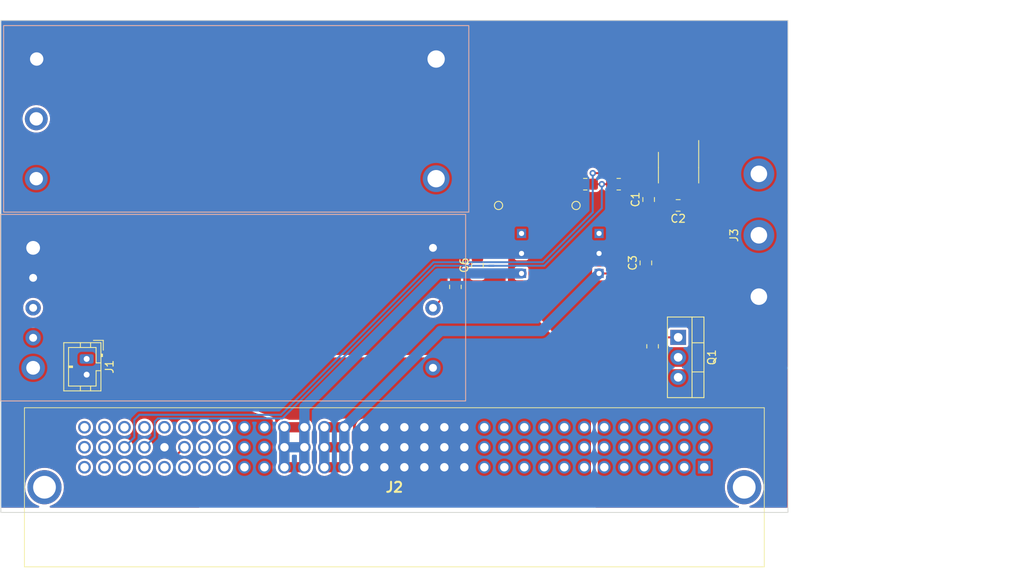
<source format=kicad_pcb>
(kicad_pcb (version 20240108) (generator "pcbnew") (generator_version "8.0")
  (layers (0 "F.Cu" signal) (31 "B.Cu" signal) (34 "B.Paste" user) (35 "F.Paste" user) (36 "B.SilkS" user "B.Silkscreen") (37 "F.SilkS" user "F.Silkscreen") (38 "B.Mask" user) (39 "F.Mask" user) (44 "Edge.Cuts" user))
  (net 0 "")
  (net 1 "/V_POWER")
  (net 2 "+24V")
  (net 3 "/VBATT")
  (net 4 "+12V")
  (net 5 "+5V")
  (net 6 "+3.3V")
  (net 7 "12V_Jetson")
  (net 18 "SW2")
  (net 19 "SW1")
  (net 20 "SDA")
  (net 21 "SCL")
  (net 29 "Net-(INPT_CRRNT_SNSR1-FILTER)")
  (net 33 "Net-(U2-ON{slash}OFF)")
  (net 34 "DAT1")
  (net 35 "DAT2")
  (net 36 "Net-(J3-Pin_2)")
  (footprint "Capacitor_SMD:C_0805_2012Metric_Pad1.18x1.45mm_HandSolder" (layer "F.Cu") (at 232.4 71.75 90)
    (property "Reference" "C1" (at 0 -1.68 90) (layer "F.SilkS"))
    (property "Value" "47n")
    (fp_line (start -0.261252 -0.735) (end 0.261252 -0.735) (stroke (width 0.12)) (layer "F.SilkS"))
    (fp_line (start -0.261252 0.735) (end 0.261252 0.735) (stroke (width 0.12)) (layer "F.SilkS"))
    (pad "1" smd roundrect (at -1.0375 0 90) (size 1.175 1.45) (layers "F.Cu" "F.Paste" "F.Mask") (roundrect_rratio 0.2127659574) (net 29 "Net-(INPT_CRRNT_SNSR1-FILTER)"))
    (pad "2" smd roundrect (at 1.0375 0 90) (size 1.175 1.45) (layers "F.Cu" "F.Paste" "F.Mask") (roundrect_rratio 0.2127659574) (net 19 "SW1"))
  )
  (footprint "Package_SO:SOIC-8_3.9x4.9mm_P1.27mm" (layer "F.Cu") (at 236.2 67.7 -90)
    (property "Reference" "INPT_CRRNT_SNSR1" (hide yes))
    (property "Value" "TMCS1101A4B")
    (fp_line (start 0 2.56) (end -1.95 2.56) (stroke (width 0.12)) (layer "F.SilkS"))
    (fp_line (start 0 2.56) (end 1.95 2.56) (stroke (width 0.12)) (layer "F.SilkS"))
    (fp_line (start 0 -2.56) (end -3.45 -2.56) (stroke (width 0.12)) (layer "F.SilkS"))
    (fp_line (start 0 -2.56) (end 1.95 -2.56) (stroke (width 0.12)) (layer "F.SilkS"))
    (pad "1" smd roundrect (at -2.475 -1.905 270) (size 1.95 0.6) (layers "F.Cu" "F.Paste" "F.Mask") (net 3 "/VBATT"))
    (pad "1" smd roundrect (at -2.475 -0.635 270) (size 1.95 0.6) (layers "F.Cu" "F.Paste" "F.Mask") (net 3 "/VBATT"))
    (pad "3" smd roundrect (at -2.475 0.635 270) (size 1.95 0.6) (layers "F.Cu" "F.Paste" "F.Mask") (net 1 "/V_POWER"))
    (pad "3" smd roundrect (at -2.475 1.905 270) (size 1.95 0.6) (layers "F.Cu" "F.Paste" "F.Mask") (net 1 "/V_POWER"))
    (pad "5" smd roundrect (at 2.475 1.905 270) (size 1.95 0.6) (layers "F.Cu" "F.Paste" "F.Mask") (net 19 "SW1"))
    (pad "6" smd roundrect (at 2.475 0.635 270) (size 1.95 0.6) (layers "F.Cu" "F.Paste" "F.Mask") (net 29 "Net-(INPT_CRRNT_SNSR1-FILTER)"))
    (pad "7" smd roundrect (at 2.475 -0.635 270) (size 1.95 0.6) (layers "F.Cu" "F.Paste" "F.Mask") (net 35 "DAT2"))
    (pad "8" smd roundrect (at 2.475 -1.905 270) (size 1.95 0.6) (layers "F.Cu" "F.Paste" "F.Mask") (net 5 "+5V"))
  )
  (footprint "Capacitor_SMD:C_0805_2012Metric_Pad1.18x1.45mm_HandSolder" (layer "F.Cu") (at 236.15 72.5 180)
    (property "Reference" "C2" (at 0 -1.68 0) (layer "F.SilkS"))
    (property "Value" "0.1u")
    (fp_line (start -0.261252 0.735) (end 0.261252 0.735) (stroke (width 0.12)) (layer "F.SilkS"))
    (fp_line (start -0.261252 -0.735) (end 0.261252 -0.735) (stroke (width 0.12)) (layer "F.SilkS"))
    (pad "1" smd roundrect (at -1.0375 0 180) (size 1.175 1.45) (layers "F.Cu" "F.Paste" "F.Mask") (roundrect_rratio 0.2127659574) (net 5 "+5V"))
    (pad "2" smd roundrect (at 1.0375 0 180) (size 1.175 1.45) (layers "F.Cu" "F.Paste" "F.Mask") (roundrect_rratio 0.2127659574) (net 19 "SW1"))
  )
  (footprint "Package_TO_SOT_THT:TO-220-3_Vertical" (layer "F.Cu") (at 236.155 89.26 -90)
    (property "Reference" "Q1" (at 2.54 -4.27 90) (layer "F.SilkS"))
    (property "Value" "FQPF27P06")
    (fp_line (start -2.58 1.371) (end 7.66 1.371) (stroke (width 0.12)) (layer "F.SilkS"))
    (fp_line (start -2.58 -1.76) (end 7.66 -1.76) (stroke (width 0.12)) (layer "F.SilkS"))
    (fp_line (start -2.58 -3.27) (end -2.58 1.371) (stroke (width 0.12)) (layer "F.SilkS"))
    (fp_line (start -2.58 -3.27) (end 7.66 -3.27) (stroke (width 0.12)) (layer "F.SilkS"))
    (fp_line (start 0.69 -3.27) (end 0.69 -1.76) (stroke (width 0.12)) (layer "F.SilkS"))
    (fp_line (start 4.391 -3.27) (end 4.391 -1.76) (stroke (width 0.12)) (layer "F.SilkS"))
    (fp_line (start 7.66 -3.27) (end 7.66 1.371) (stroke (width 0.12)) (layer "F.SilkS"))
    (pad "1" thru_hole rect (at 0 0 270) (size 1.905 2) (drill 1.1) (layers "*.Cu" "*.Mask") (net 18 "SW2"))
    (pad "2" thru_hole oval (at 2.54 0 270) (size 1.905 2) (drill 1.1) (layers "*.Cu" "*.Mask") (net 36 "Net-(J3-Pin_2)"))
    (pad "3" thru_hole oval (at 5.08 0 270) (size 1.905 2) (drill 1.1) (layers "*.Cu" "*.Mask") (net 2 "+24V"))
  )
  (footprint "Resistor_SMD:R_0805_2012Metric_Pad1.20x1.40mm_HandSolder" (layer "F.Cu") (at 224.35 69.8)
    (property "Reference" "VDIV1(R)1" (hide yes))
    (property "Value" "90kO")
    (fp_line (start -0.227064 -0.735) (end 0.227064 -0.735) (stroke (width 0.12)) (layer "F.SilkS"))
    (fp_line (start -0.227064 0.735) (end 0.227064 0.735) (stroke (width 0.12)) (layer "F.SilkS"))
    (pad "1" smd roundrect (at -1 0) (size 1.2 1.4) (layers "F.Cu" "F.Paste" "F.Mask") (roundrect_rratio 0.2083333333) (net 1 "/V_POWER"))
    (pad "2" smd roundrect (at 1 0) (size 1.2 1.4) (layers "F.Cu" "F.Paste" "F.Mask") (roundrect_rratio 0.2083333333) (net 34 "DAT1"))
  )
  (footprint "Custom:6509475" (layer "F.Cu") (at 239.462617 105.762442)
    (property "Reference" "J2" (at -39.37 2.545 0) (layer "F.SilkS") (effects (font (size 1.27 1.27) (thickness 0.254))))
    (property "Value" "~" (hide yes))
    (fp_line (start -86.37 -7.56) (end 7.63 -7.56) (stroke (width 0.1)) (layer "F.SilkS"))
    (fp_line (start -86.37 12.65) (end -86.37 -7.56) (stroke (width 0.1)) (layer "F.SilkS"))
    (fp_line (start 7.63 -7.56) (end 7.63 12.65) (stroke (width 0.1)) (layer "F.SilkS"))
    (fp_line (start 7.63 12.65) (end -86.37 12.65) (stroke (width 0.1)) (layer "F.SilkS"))
    (pad "A1" thru_hole rect (at 0 0) (size 1.605 1.605) (drill 1.07) (layers "*.Cu" "*.Mask") (net 2 "+24V"))
    (pad "A2" thru_hole circle (at -2.54 0) (size 1.605 1.605) (drill 1.07) (layers "*.Cu" "*.Mask") (net 2 "+24V"))
    (pad "A3" thru_hole circle (at -5.08 0) (size 1.605 1.605) (drill 1.07) (layers "*.Cu" "*.Mask") (net 2 "+24V"))
    (pad "A4" thru_hole circle (at -7.62 0) (size 1.605 1.605) (drill 1.07) (layers "*.Cu" "*.Mask") (net 2 "+24V"))
    (pad "A5" thru_hole circle (at -10.16 0) (size 1.605 1.605) (drill 1.07) (layers "*.Cu" "*.Mask") (net 2 "+24V"))
    (pad "A6" thru_hole circle (at -12.7 0) (size 1.605 1.605) (drill 1.07) (layers "*.Cu" "*.Mask") (net 2 "+24V"))
    (pad "A7" thru_hole circle (at -15.24 0) (size 1.605 1.605) (drill 1.07) (layers "*.Cu" "*.Mask") (net 4 "+12V"))
    (pad "A8" thru_hole circle (at -17.78 0) (size 1.605 1.605) (drill 1.07) (layers "*.Cu" "*.Mask") (net 4 "+12V"))
    (pad "A9" thru_hole circle (at -20.32 0) (size 1.605 1.605) (drill 1.07) (layers "*.Cu" "*.Mask") (net 4 "+12V"))
    (pad "A10" thru_hole circle (at -22.86 0) (size 1.605 1.605) (drill 1.07) (layers "*.Cu" "*.Mask") (net 4 "+12V"))
    (pad "A11" thru_hole circle (at -25.4 0) (size 1.605 1.605) (drill 1.07) (layers "*.Cu" "*.Mask") (net 4 "+12V"))
    (pad "A12" thru_hole circle (at -27.94 0) (size 1.605 1.605) (drill 1.07) (layers "*.Cu" "*.Mask") (net 4 "+12V"))
    (pad "A13" thru_hole circle (at -30.48 0) (size 1.605 1.605) (drill 1.07) (layers "*.Cu" "*.Mask") (net 19 "SW1"))
    (pad "A14" thru_hole circle (at -33.02 0) (size 1.605 1.605) (drill 1.07) (layers "*.Cu" "*.Mask") (net 19 "SW1"))
    (pad "A15" thru_hole circle (at -35.56 0) (size 1.605 1.605) (drill 1.07) (layers "*.Cu" "*.Mask") (net 19 "SW1"))
    (pad "A16" thru_hole circle (at -38.1 0) (size 1.605 1.605) (drill 1.07) (layers "*.Cu" "*.Mask") (net 19 "SW1"))
    (pad "A17" thru_hole circle (at -40.64 0) (size 1.605 1.605) (drill 1.07) (layers "*.Cu" "*.Mask") (net 19 "SW1"))
    (pad "A18" thru_hole circle (at -43.18 0) (size 1.605 1.605) (drill 1.07) (layers "*.Cu" "*.Mask") (net 19 "SW1"))
    (pad "A19" thru_hole circle (at -45.72 0) (size 1.605 1.605) (drill 1.07) (layers "*.Cu" "*.Mask") (net 5 "+5V"))
    (pad "A20" thru_hole circle (at -48.26 0) (size 1.605 1.605) (drill 1.07) (layers "*.Cu" "*.Mask") (net 5 "+5V"))
    (pad "A21" thru_hole circle (at -50.8 0) (size 1.605 1.605) (drill 1.07) (layers "*.Cu" "*.Mask") (net 6 "+3.3V"))
    (pad "A22" thru_hole circle (at -53.34 0) (size 1.605 1.605) (drill 1.07) (layers "*.Cu" "*.Mask") (net 6 "+3.3V"))
    (pad "A23" thru_hole circle (at -55.88 0) (size 1.605 1.605) (drill 1.07) (layers "*.Cu" "*.Mask") (net 7 "12V_Jetson"))
    (pad "A24" thru_hole circle (at -58.42 0) (size 1.605 1.605) (drill 1.07) (layers "*.Cu" "*.Mask") (net 7 "12V_Jetson"))
    (pad "A25" thru_hole circle (at -60.96 0) (size 1.605 1.605) (drill 1.07) (layers "*.Cu" "*.Mask"))
    (pad "A26" thru_hole circle (at -63.5 0) (size 1.605 1.605) (drill 1.07) (layers "*.Cu" "*.Mask"))
    (pad "A27" thru_hole circle (at -66.04 0) (size 1.605 1.605) (drill 1.07) (layers "*.Cu" "*.Mask"))
    (pad "A28" thru_hole circle (at -68.58 0) (size 1.605 1.605) (drill 1.07) (layers "*.Cu" "*.Mask"))
    (pad "A29" thru_hole circle (at -71.12 0) (size 1.605 1.605) (drill 1.07) (layers "*.Cu" "*.Mask"))
    (pad "A30" thru_hole circle (at -73.66 0) (size 1.605 1.605) (drill 1.07) (layers "*.Cu" "*.Mask"))
    (pad "A31" thru_hole circle (at -76.2 0) (size 1.605 1.605) (drill 1.07) (layers "*.Cu" "*.Mask"))
    (pad "A32" thru_hole circle (at -78.74 0) (size 1.605 1.605) (drill 1.07) (layers "*.Cu" "*.Mask"))
    (pad "B1" thru_hole circle (at 0 -2.54) (size 1.605 1.605) (drill 1.07) (layers "*.Cu" "*.Mask") (net 2 "+24V"))
    (pad "B2" thru_hole circle (at -2.54 -2.54) (size 1.605 1.605) (drill 1.07) (layers "*.Cu" "*.Mask") (net 2 "+24V"))
    (pad "B3" thru_hole circle (at -5.08 -2.54) (size 1.605 1.605) (drill 1.07) (layers "*.Cu" "*.Mask") (net 2 "+24V"))
    (pad "B4" thru_hole circle (at -7.62 -2.54) (size 1.605 1.605) (drill 1.07) (layers "*.Cu" "*.Mask") (net 2 "+24V"))
    (pad "B5" thru_hole circle (at -10.16 -2.54) (size 1.605 1.605) (drill 1.07) (layers "*.Cu" "*.Mask") (net 2 "+24V"))
    (pad "B6" thru_hole circle (at -12.7 -2.54) (size 1.605 1.605) (drill 1.07) (layers "*.Cu" "*.Mask") (net 2 "+24V"))
    (pad "B7" thru_hole circle (at -15.24 -2.54) (size 1.605 1.605) (drill 1.07) (layers "*.Cu" "*.Mask") (net 4 "+12V"))
    (pad "B8" thru_hole circle (at -17.78 -2.54) (size 1.605 1.605) (drill 1.07) (layers "*.Cu" "*.Mask") (net 4 "+12V"))
    (pad "B9" thru_hole circle (at -20.32 -2.54) (size 1.605 1.605) (drill 1.07) (layers "*.Cu" "*.Mask") (net 4 "+12V"))
    (pad "B10" thru_hole circle (at -22.86 -2.54) (size 1.605 1.605) (drill 1.07) (layers "*.Cu" "*.Mask") (net 4 "+12V"))
    (pad "B11" thru_hole circle (at -25.4 -2.54) (size 1.605 1.605) (drill 1.07) (layers "*.Cu" "*.Mask") (net 4 "+12V"))
    (pad "B12" thru_hole circle (at -27.94 -2.54) (size 1.605 1.605) (drill 1.07) (layers "*.Cu" "*.Mask") (net 4 "+12V"))
    (pad "B13" thru_hole circle (at -30.48 -2.54) (size 1.605 1.605) (drill 1.07) (layers "*.Cu" "*.Mask") (net 19 "SW1"))
    (pad "B14" thru_hole circle (at -33.02 -2.54) (size 1.605 1.605) (drill 1.07) (layers "*.Cu" "*.Mask") (net 19 "SW1"))
    (pad "B15" thru_hole circle (at -35.56 -2.54) (size 1.605 1.605) (drill 1.07) (layers "*.Cu" "*.Mask") (net 19 "SW1"))
    (pad "B16" thru_hole circle (at -38.1 -2.54) (size 1.605 1.605) (drill 1.07) (layers "*.Cu" "*.Mask") (net 19 "SW1"))
    (pad "B17" thru_hole circle (at -40.64 -2.54) (size 1.605 1.605) (drill 1.07) (layers "*.Cu" "*.Mask") (net 19 "SW1"))
    (pad "B18" thru_hole circle (at -43.18 -2.54) (size 1.605 1.605) (drill 1.07) (layers "*.Cu" "*.Mask") (net 19 "SW1"))
    (pad "B19" thru_hole circle (at -45.72 -2.54) (size 1.605 1.605) (drill 1.07) (layers "*.Cu" "*.Mask") (net 5 "+5V"))
    (pad "B20" thru_hole circle (at -48.26 -2.54) (size 1.605 1.605) (drill 1.07) (layers "*.Cu" "*.Mask") (net 5 "+5V"))
    (pad "B21" thru_hole circle (at -50.8 -2.54) (size 1.605 1.605) (drill 1.07) (layers "*.Cu" "*.Mask") (net 6 "+3.3V"))
    (pad "B22" thru_hole circle (at -53.34 -2.54) (size 1.605 1.605) (drill 1.07) (layers "*.Cu" "*.Mask") (net 6 "+3.3V"))
    (pad "B23" thru_hole circle (at -55.88 -2.54) (size 1.605 1.605) (drill 1.07) (layers "*.Cu" "*.Mask") (net 7 "12V_Jetson"))
    (pad "B24" thru_hole circle (at -58.42 -2.54) (size 1.605 1.605) (drill 1.07) (layers "*.Cu" "*.Mask") (net 7 "12V_Jetson"))
    (pad "B25" thru_hole circle (at -60.96 -2.54) (size 1.605 1.605) (drill 1.07) (layers "*.Cu" "*.Mask"))
    (pad "B26" thru_hole circle (at -63.5 -2.54) (size 1.605 1.605) (drill 1.07) (layers "*.Cu" "*.Mask"))
    (pad "B27" thru_hole circle (at -66.04 -2.54) (size 1.605 1.605) (drill 1.07) (layers "*.Cu" "*.Mask") (net 18 "SW2"))
    (pad "B28" thru_hole circle (at -68.58 -2.54) (size 1.605 1.605) (drill 1.07) (layers "*.Cu" "*.Mask") (net 19 "SW1"))
    (pad "B29" thru_hole circle (at -71.12 -2.54) (size 1.605 1.605) (drill 1.07) (layers "*.Cu" "*.Mask") (net 34 "DAT1"))
    (pad "B30" thru_hole circle (at -73.66 -2.54) (size 1.605 1.605) (drill 1.07) (layers "*.Cu" "*.Mask") (net 35 "DAT2"))
    (pad "B31" thru_hole circle (at -76.2 -2.54) (size 1.605 1.605) (drill 1.07) (layers "*.Cu" "*.Mask") (net 20 "SDA"))
    (pad "B32" thru_hole circle (at -78.74 -2.54) (size 1.605 1.605) (drill 1.07) (layers "*.Cu" "*.Mask") (net 21 "SCL"))
    (pad "C1" thru_hole circle (at 0 -5.08) (size 1.605 1.605) (drill 1.07) (layers "*.Cu" "*.Mask") (net 2 "+24V"))
    (pad "C2" thru_hole circle (at -2.54 -5.08) (size 1.605 1.605) (drill 1.07) (layers "*.Cu" "*.Mask") (net 2 "+24V"))
    (pad "C3" thru_hole circle (at -5.08 -5.08) (size 1.605 1.605) (drill 1.07) (layers "*.Cu" "*.Mask") (net 2 "+24V"))
    (pad "C4" thru_hole circle (at -7.62 -5.08) (size 1.605 1.605) (drill 1.07) (layers "*.Cu" "*.Mask") (net 2 "+24V"))
    (pad "C5" thru_hole circle (at -10.16 -5.08) (size 1.605 1.605) (drill 1.07) (layers "*.Cu" "*.Mask") (net 2 "+24V"))
    (pad "C6" thru_hole circle (at -12.7 -5.08) (size 1.605 1.605) (drill 1.07) (layers "*.Cu" "*.Mask") (net 2 "+24V"))
    (pad "C7" thru_hole circle (at -15.24 -5.08) (size 1.605 1.605) (drill 1.07) (layers "*.Cu" "*.Mask") (net 4 "+12V"))
    (pad "C8" thru_hole circle (at -17.78 -5.08) (size 1.605 1.605) (drill 1.07) (layers "*.Cu" "*.Mask") (net 4 "+12V"))
    (pad "C9" thru_hole circle (at -20.32 -5.08) (size 1.605 1.605) (drill 1.07) (layers "*.Cu" "*.Mask") (net 4 "+12V"))
    (pad "C10" thru_hole circle (at -22.86 -5.08) (size 1.605 1.605) (drill 1.07) (layers "*.Cu" "*.Mask") (net 4 "+12V"))
    (pad "C11" thru_hole circle (at -25.4 -5.08) (size 1.605 1.605) (drill 1.07) (layers "*.Cu" "*.Mask") (net 4 "+12V"))
    (pad "C12" thru_hole circle (at -27.94 -5.08) (size 1.605 1.605) (drill 1.07) (layers "*.Cu" "*.Mask") (net 4 "+12V"))
    (pad "C13" thru_hole circle (at -30.48 -5.08) (size 1.605 1.605) (drill 1.07) (layers "*.Cu" "*.Mask") (net 19 "SW1"))
    (pad "C14" thru_hole circle (at -33.02 -5.08) (size 1.605 1.605) (drill 1.07) (layers "*.Cu" "*.Mask") (net 19 "SW1"))
    (pad "C15" thru_hole circle (at -35.56 -5.08) (size 1.605 1.605) (drill 1.07) (layers "*.Cu" "*.Mask") (net 19 "SW1"))
    (pad "C16" thru_hole circle (at -38.1 -5.08) (size 1.605 1.605) (drill 1.07) (layers "*.Cu" "*.Mask") (net 19 "SW1"))
    (pad "C17" thru_hole circle (at -40.64 -5.08) (size 1.605 1.605) (drill 1.07) (layers "*.Cu" "*.Mask") (net 19 "SW1"))
    (pad "C18" thru_hole circle (at -43.18 -5.08) (size 1.605 1.605) (drill 1.07) (layers "*.Cu" "*.Mask") (net 19 "SW1"))
    (pad "C19" thru_hole circle (at -45.72 -5.08) (size 1.605 1.605) (drill 1.07) (layers "*.Cu" "*.Mask") (net 5 "+5V"))
    (pad "C20" thru_hole circle (at -48.26 -5.08) (size 1.605 1.605) (drill 1.07) (layers "*.Cu" "*.Mask") (net 5 "+5V"))
    (pad "C21" thru_hole circle (at -50.8 -5.08) (size 1.605 1.605) (drill 1.07) (layers "*.Cu" "*.Mask") (net 6 "+3.3V"))
    (pad "C22" thru_hole circle (at -53.34 -5.08) (size 1.605 1.605) (drill 1.07) (layers "*.Cu" "*.Mask") (net 6 "+3.3V"))
    (pad "C23" thru_hole circle (at -55.88 -5.08) (size 1.605 1.605) (drill 1.07) (layers "*.Cu" "*.Mask") (net 7 "12V_Jetson"))
    (pad "C24" thru_hole circle (at -58.42 -5.08) (size 1.605 1.605) (drill 1.07) (layers "*.Cu" "*.Mask") (net 7 "12V_Jetson"))
    (pad "C25" thru_hole circle (at -60.96 -5.08) (size 1.605 1.605) (drill 1.07) (layers "*.Cu" "*.Mask"))
    (pad "C26" thru_hole circle (at -63.5 -5.08) (size 1.605 1.605) (drill 1.07) (layers "*.Cu" "*.Mask"))
    (pad "C27" thru_hole circle (at -66.04 -5.08) (size 1.605 1.605) (drill 1.07) (layers "*.Cu" "*.Mask"))
    (pad "C28" thru_hole circle (at -68.58 -5.08) (size 1.605 1.605) (drill 1.07) (layers "*.Cu" "*.Mask"))
    (pad "C29" thru_hole circle (at -71.12 -5.08) (size 1.605 1.605) (drill 1.07) (layers "*.Cu" "*.Mask"))
    (pad "C30" thru_hole circle (at -73.66 -5.08) (size 1.605 1.605) (drill 1.07) (layers "*.Cu" "*.Mask"))
    (pad "C31" thru_hole circle (at -76.2 -5.08) (size 1.605 1.605) (drill 1.07) (layers "*.Cu" "*.Mask"))
    (pad "C32" thru_hole circle (at -78.74 -5.08) (size 1.605 1.605) (drill 1.07) (layers "*.Cu" "*.Mask"))
    (pad "MH1" thru_hole circle (at 5.08 2.54) (size 4.335 4.335) (drill 2.89) (layers "*.Cu" "*.Mask"))
    (pad "MH2" thru_hole circle (at -83.82 2.54) (size 4.335 4.335) (drill 2.89) (layers "*.Cu" "*.Mask"))
  )
  (footprint "Resistor_SMD:R_0805_2012Metric_Pad1.20x1.40mm_HandSolder" (layer "F.Cu") (at 232.9 90.4 90)
    (property "Reference" "RSW1" (hide yes))
    (property "Value" "10kO")
    (fp_line (start -0.227064 -0.735) (end 0.227064 -0.735) (stroke (width 0.12)) (layer "F.SilkS"))
    (fp_line (start -0.227064 0.735) (end 0.227064 0.735) (stroke (width 0.12)) (layer "F.SilkS"))
    (pad "1" smd roundrect (at -1 0 90) (size 1.2 1.4) (layers "F.Cu" "F.Paste" "F.Mask") (roundrect_rratio 0.2083333333) (net 2 "+24V"))
    (pad "2" smd roundrect (at 1 0 90) (size 1.2 1.4) (layers "F.Cu" "F.Paste" "F.Mask") (roundrect_rratio 0.2083333333) (net 18 "SW2"))
  )
  (footprint "Custom:TSR2" (layer "F.Cu") (at 216.25 78.6 -90)
    (property "Reference" "DC/DC_CNVRT2" (hide yes))
    (property "Value" "TSR2-2433" (hide yes))
    (fp_circle (center -6.096 2.921) (end -5.572366 2.921) (stroke (width 0.127)) (fill none) (layer "F.SilkS"))
    (pad "1" thru_hole rect (at -2.54 0 270) (size 1.158 1.158) (drill 0.65) (layers "*.Cu" "*.Mask") (net 1 "/V_POWER"))
    (pad "2" thru_hole rect (at 0 0 270) (size 1.158 1.158) (drill 0.65) (layers "*.Cu" "*.Mask") (net 19 "SW1"))
    (pad "3" thru_hole rect (at 2.54 0 270) (size 1.158 1.158) (drill 0.65) (layers "*.Cu" "*.Mask") (net 6 "+3.3V"))
  )
  (footprint "Connector_Wire:SolderWire-1.5sqmm_1x03_P7.8mm_D1.7mm_OD3.9mm" (layer "F.Cu") (at 246.405 84.09 90)
    (property "Reference" "J3" (at 7.8 -3.15 90) (layer "F.SilkS"))
    (property "Value" "Conn_01x03_Pin")
    (pad "1" thru_hole roundrect (at 0 0 90) (size 3.9 3.9) (drill 2.1) (layers "*.Cu" "*.Mask") (roundrect_rratio 0.064103) (net 19 "SW1"))
    (pad "2" thru_hole circle (at 7.8 0 90) (size 3.9 3.9) (drill 2.1) (layers "*.Cu" "*.Mask") (net 36 "Net-(J3-Pin_2)"))
    (pad "3" thru_hole circle (at 15.6 0 90) (size 3.9 3.9) (drill 2.1) (layers "*.Cu" "*.Mask") (net 3 "/VBATT"))
  )
  (footprint "Custom:TSR2" (layer "F.Cu") (at 226.1 78.6 -90)
    (property "Reference" "DC/DC_CNVRT1" (hide yes))
    (property "Value" "TSR2-2450" (hide yes))
    (fp_circle (center -6.096 2.921) (end -5.572366 2.921) (stroke (width 0.127)) (fill none) (layer "F.SilkS"))
    (pad "1" thru_hole rect (at -2.54 0 270) (size 1.158 1.158) (drill 0.65) (layers "*.Cu" "*.Mask") (net 1 "/V_POWER"))
    (pad "2" thru_hole rect (at 0 0 270) (size 1.158 1.158) (drill 0.65) (layers "*.Cu" "*.Mask") (net 19 "SW1"))
    (pad "3" thru_hole rect (at 2.54 0 270) (size 1.158 1.158) (drill 0.65) (layers "*.Cu" "*.Mask") (net 5 "+5V"))
  )
  (footprint "Capacitor_SMD:C_0805_2012Metric_Pad1.18x1.45mm_HandSolder" (layer "F.Cu") (at 210.65 80.1 90)
    (property "Reference" "C6" (at 0 -1.68 90) (layer "F.SilkS"))
    (property "Value" "1u")
    (fp_line (start -0.261252 -0.735) (end 0.261252 -0.735) (stroke (width 0.12)) (layer "F.SilkS"))
    (fp_line (start -0.261252 0.735) (end 0.261252 0.735) (stroke (width 0.12)) (layer "F.SilkS"))
    (pad "1" smd roundrect (at -1.0375 0 90) (size 1.175 1.45) (layers "F.Cu" "F.Paste" "F.Mask") (roundrect_rratio 0.2127659574) (net 6 "+3.3V"))
    (pad "2" smd roundrect (at 1.0375 0 90) (size 1.175 1.45) (layers "F.Cu" "F.Paste" "F.Mask") (roundrect_rratio 0.2127659574) (net 19 "SW1"))
  )
  (footprint "Capacitor_SMD:C_0805_2012Metric_Pad1.18x1.45mm_HandSolder" (layer "F.Cu") (at 232.05 79.8 90)
    (property "Reference" "C3" (at 0 -1.68 90) (layer "F.SilkS"))
    (property "Value" "1u")
    (fp_line (start -0.261252 -0.735) (end 0.261252 -0.735) (stroke (width 0.12)) (layer "F.SilkS"))
    (fp_line (start -0.261252 0.735) (end 0.261252 0.735) (stroke (width 0.12)) (layer "F.SilkS"))
    (pad "1" smd roundrect (at -1.0375 0 90) (size 1.175 1.45) (layers "F.Cu" "F.Paste" "F.Mask") (roundrect_rratio 0.2127659574) (net 5 "+5V"))
    (pad "2" smd roundrect (at 1.0375 0 90) (size 1.175 1.45) (layers "F.Cu" "F.Paste" "F.Mask") (roundrect_rratio 0.2127659574) (net 19 "SW1"))
  )
  (footprint "Resistor_SMD:R_0805_2012Metric_Pad1.20x1.40mm_HandSolder" (layer "F.Cu") (at 207.85 82.85 90)
    (property "Reference" "RSW2" (hide yes))
    (property "Value" "10kO")
    (fp_line (start -0.227064 -0.735) (end 0.227064 -0.735) (stroke (width 0.12)) (layer "F.SilkS"))
    (fp_line (start -0.227064 0.735) (end 0.227064 0.735) (stroke (width 0.12)) (layer "F.SilkS"))
    (pad "1" smd roundrect (at -1 0 90) (size 1.2 1.4) (layers "F.Cu" "F.Paste" "F.Mask") (roundrect_rratio 0.2083333333) (net 33 "Net-(U2-ON{slash}OFF)"))
    (pad "2" smd roundrect (at 1 0 90) (size 1.2 1.4) (layers "F.Cu" "F.Paste" "F.Mask") (roundrect_rratio 0.2083333333) (net 19 "SW1"))
  )
  (footprint "Connector_JST:JST_PH_B2B-PH-K_1x02_P2.00mm_Vertical" (layer "F.Cu") (at 161 92 -90)
    (property "Reference" "J1" (at 1 -2.9 90) (layer "F.SilkS"))
    (property "Value" "Conn_01x02")
    (fp_line (start -2.06 2.91) (end 4.06 2.91) (stroke (width 0.12)) (layer "F.SilkS"))
    (fp_line (start 4.06 2.91) (end 4.06 -1.81) (stroke (width 0.12)) (layer "F.SilkS"))
    (fp_line (start -1.45 2.3) (end 3.45 2.3) (stroke (width 0.12)) (layer "F.SilkS"))
    (fp_line (start 0.9 2.3) (end 0.9 1.8) (stroke (width 0.12)) (layer "F.SilkS"))
    (fp_line (start 1 2.3) (end 1 1.8) (stroke (width 0.12)) (layer "F.SilkS"))
    (fp_line (start 3.45 2.3) (end 3.45 -1.2) (stroke (width 0.12)) (layer "F.SilkS"))
    (fp_line (start 0.9 1.8) (end 1.1 1.8) (stroke (width 0.12)) (layer "F.SilkS"))
    (fp_line (start 1.1 1.8) (end 1.1 2.3) (stroke (width 0.12)) (layer "F.SilkS"))
    (fp_line (start -2.06 0.8) (end -1.45 0.8) (stroke (width 0.12)) (layer "F.SilkS"))
    (fp_line (start 4.06 0.8) (end 3.45 0.8) (stroke (width 0.12)) (layer "F.SilkS"))
    (fp_line (start -2.06 -0.5) (end -1.45 -0.5) (stroke (width 0.12)) (layer "F.SilkS"))
    (fp_line (start 4.06 -0.5) (end 3.45 -0.5) (stroke (width 0.12)) (layer "F.SilkS"))
    (fp_line (start -1.45 -1.2) (end -1.45 2.3) (stroke (width 0.12)) (layer "F.SilkS"))
    (fp_line (start 0.5 -1.2) (end -1.45 -1.2) (stroke (width 0.12)) (layer "F.SilkS"))
    (fp_line (start 1.5 -1.2) (end 1.5 -1.81) (stroke (width 0.12)) (layer "F.SilkS"))
    (fp_line (start 3.45 -1.2) (end 1.5 -1.2) (stroke (width 0.12)) (layer "F.SilkS"))
    (fp_line (start -2.06 -1.81) (end -2.06 2.91) (stroke (width 0.12)) (layer "F.SilkS"))
    (fp_line (start -0.3 -1.81) (end -0.3 -2.01) (stroke (width 0.12)) (layer "F.SilkS"))
    (fp_line (start 0.5 -1.81) (end 0.5 -1.2) (stroke (width 0.12)) (layer "F.SilkS"))
    (fp_line (start 4.06 -1.81) (end -2.06 -1.81) (stroke (width 0.12)) (layer "F.SilkS"))
    (fp_line (start -0.3 -1.91) (end -0.6 -1.91) (stroke (width 0.12)) (layer "F.SilkS"))
    (fp_line (start -0.6 -2.01) (end -0.6 -1.81) (stroke (width 0.12)) (layer "F.SilkS"))
    (fp_line (start -0.3 -2.01) (end -0.6 -2.01) (stroke (width 0.12)) (layer "F.SilkS"))
    (fp_line (start -2.36 -2.11) (end -2.36 -0.86) (stroke (width 0.12)) (layer "F.SilkS"))
    (fp_line (start -1.11 -2.11) (end -2.36 -2.11) (stroke (width 0.12)) (layer "F.SilkS"))
    (pad "1" thru_hole roundrect (at 0 0 270) (size 1.2 1.75) (drill 0.75) (layers "*.Cu" "*.Mask") (roundrect_rratio 0.208333) (net 7 "12V_Jetson"))
    (pad "2" thru_hole oval (at 2 0 270) (size 1.2 1.75) (drill 0.75) (layers "*.Cu" "*.Mask") (net 19 "SW1"))
  )
  (footprint "Resistor_SMD:R_0805_2012Metric_Pad1.20x1.40mm_HandSolder" (layer "F.Cu") (at 228.6 69.8)
    (property "Reference" "VDIV2(R)1" (hide yes))
    (property "Value" "10kO")
    (fp_line (start -0.227064 -0.735) (end 0.227064 -0.735) (stroke (width 0.12)) (layer "F.SilkS"))
    (fp_line (start -0.227064 0.735) (end 0.227064 0.735) (stroke (width 0.12)) (layer "F.SilkS"))
    (pad "1" smd roundrect (at -1 0) (size 1.2 1.4) (layers "F.Cu" "F.Paste" "F.Mask") (roundrect_rratio 0.2083333333) (net 34 "DAT1"))
    (pad "2" smd roundrect (at 1 0) (size 1.2 1.4) (layers "F.Cu" "F.Paste" "F.Mask") (roundrect_rratio 0.2083333333) (net 19 "SW1"))
  )
  (footprint "Custom:240W_CONV" (layer "B.Cu") (at 154.6 69.1 90)
    (property "Reference" "U1" (hide yes))
    (property "Value" "~" (hide yes))
    (fp_rect (start -4.25 54.95) (end 19.45 -4.15) (stroke (width 0.12)) (fill none) (layer "B.SilkS"))
    (pad "1" thru_hole circle (at 0 0 90) (size 2.9 2.9) (drill 1.7) (layers "*.Cu" "*.Mask") (net 1 "/V_POWER"))
    (pad "2" thru_hole circle (at 7.6 0 90) (size 2.9 2.9) (drill 1.7) (layers "*.Cu" "*.Mask"))
    (pad "3" thru_hole circle (at 15.2 0.0508 90) (size 2.9 2.9) (drill 1.7) (layers "*.Cu" "*.Mask") (net 19 "SW1"))
    (pad "4" thru_hole circle (at 15.2 50.8 90) (size 3.4 3.4) (drill 2.2) (layers "*.Cu" "*.Mask") (net 19 "SW1"))
    (pad "8" thru_hole circle (at 0 50.8 90) (size 3.4 3.4) (drill 2.2) (layers "*.Cu" "*.Mask") (net 4 "+12V"))
  )
  (footprint "Custom:72W_CONV" (layer "B.Cu") (at 205 77.89 -90)
    (property "Reference" "U2" (hide yes))
    (property "Value" "~")
    (fp_rect (start -4.25 54.95) (end 19.45 -4.15) (stroke (width 0.12)) (fill none) (layer "B.SilkS"))
    (pad "1" thru_hole circle (at 15.24 0 270) (size 1.95 1.95) (drill 1) (layers "*.Cu" "*.Mask") (net 1 "/V_POWER"))
    (pad "2" thru_hole circle (at 7.62 0 270) (size 1.95 1.95) (drill 1) (layers "*.Cu" "*.Mask") (net 33 "Net-(U2-ON{slash}OFF)"))
    (pad "3" thru_hole circle (at 0 0 270) (size 1.95 1.95) (drill 1) (layers "*.Cu" "*.Mask") (net 19 "SW1"))
    (pad "4" thru_hole circle (at 0 50.8 270) (size 3 3) (drill 1.75) (layers "*.Cu" "*.Mask") (net 19 "SW1"))
    (pad "5" thru_hole circle (at 3.81 50.8 270) (size 1.95 1.95) (drill 1) (layers "*.Cu" "*.Mask") (net 19 "SW1"))
    (pad "6" thru_hole circle (at 7.62 50.8 270) (size 1.95 1.95) (drill 1) (layers "*.Cu" "*.Mask"))
    (pad "7" thru_hole circle (at 11.43 50.8 270) (size 1.95 1.95) (drill 1) (layers "*.Cu" "*.Mask") (net 7 "12V_Jetson"))
    (pad "8" thru_hole circle (at 15.24 50.8 270) (size 3 3) (drill 1.75) (layers "*.Cu" "*.Mask") (net 7 "12V_Jetson"))
  )
  (gr_rect (start 150.1 49) (end 250.1 111.5) (stroke (width 0.1)) (fill none) (layer "Edge.Cuts"))
  (segment (start 232.9 91.4) (end 232.9 93.7) (width 0.25) (layer "F.Cu") (net 2))
  (segment (start 193.742617 103.222442) (end 193.742617 100.682442) (width 1.3) (layer "F.Cu") (net 5))
  (segment (start 237.1875 72.687069) (end 235.874569 74) (width 0.25) (layer "F.Cu") (net 5))
  (segment (start 235.874569 74) (end 235.6 74) (width 0.25) (layer "F.Cu") (net 5))
  (segment (start 233.75 75.85) (end 233.75 79.1375) (width 0.25) (layer "F.Cu") (net 5))
  (segment (start 238.105 71.5825) (end 238.105 70.175) (width 0.25) (layer "F.Cu") (net 5))
  (segment (start 233.75 79.1375) (end 232.05 80.8375) (width 0.25) (layer "F.Cu") (net 5))
  (segment (start 231.7475 81.14) (end 226.1 81.14) (width 0.25) (layer "F.Cu") (net 5))
  (segment (start 237.1875 72.5) (end 237.1875 72.687069) (width 0.25) (layer "F.Cu") (net 5))
  (segment (start 191.202617 103.222442) (end 193.742617 103.222442) (width 1.3) (layer "F.Cu") (net 5))
  (segment (start 191.202617 100.682442) (end 191.202617 103.222442) (width 1.3) (layer "F.Cu") (net 5))
  (segment (start 232.05 80.8375) (end 231.7475 81.14) (width 0.25) (layer "F.Cu") (net 5))
  (segment (start 235.6 74) (end 233.75 75.85) (width 0.25) (layer "F.Cu") (net 5))
  (segment (start 237.1875 72.5) (end 238.105 71.5825) (width 0.25) (layer "F.Cu") (net 5))
  (segment (start 193.742617 100.682442) (end 191.202617 100.682442) (width 1.3) (layer "F.Cu") (net 5))
  (segment (start 191.202617 105.762442) (end 193.742617 105.762442) (width 1.3) (layer "F.Cu") (net 5))
  (segment (start 193.742617 105.762442) (end 193.742617 103.222442) (width 1.3) (layer "F.Cu") (net 5))
  (segment (start 191.202617 103.222442) (end 191.202617 105.762442) (width 1.3) (layer "F.Cu") (net 5))
  (segment (start 226.1 81.14) (end 218.79 88.45) (width 1.3) (layer "B.Cu") (net 5))
  (segment (start 218.79 88.45) (end 205.95 88.45) (width 1.3) (layer "B.Cu") (net 5))
  (segment (start 205.95 88.45) (end 205.95 88.475059) (width 1.3) (layer "B.Cu") (net 5))
  (segment (start 191.202617 105.762442) (end 191.202617 100.682442) (width 1.3) (layer "B.Cu") (net 5))
  (segment (start 193.742617 100.682442) (end 193.742617 105.762442) (width 1.3) (layer "B.Cu") (net 5))
  (segment (start 205.95 88.475059) (end 193.742617 100.682442) (width 1.3) (layer "B.Cu") (net 5))
  (segment (start 186.122617 103.222442) (end 186.122617 100.682442) (width 1.3) (layer "F.Cu") (net 6))
  (segment (start 210.6525 81.14) (end 216.25 81.14) (width 0.25) (layer "F.Cu") (net 6))
  (segment (start 210.65 81.1375) (end 210.6525 81.14) (width 0.25) (layer "F.Cu") (net 6))
  (segment (start 188.662617 105.762442) (end 186.122617 105.762442) (width 1.3) (layer "F.Cu") (net 6))
  (segment (start 188.662617 103.222442) (end 188.662617 105.762442) (width 1.3) (layer "F.Cu") (net 6))
  (segment (start 188.662617 100.682442) (end 188.662617 103.222442) (width 1.3) (layer "F.Cu") (net 6))
  (segment (start 186.122617 100.682442) (end 188.662617 100.682442) (width 1.3) (layer "F.Cu") (net 6))
  (segment (start 186.122617 105.762442) (end 186.122617 103.222442) (width 1.3) (layer "F.Cu") (net 6))
  (segment (start 186.122617 103.222442) (end 188.662617 103.222442) (width 1.3) (layer "B.Cu") (net 6))
  (segment (start 188.662617 98.142442) (end 188.662617 105.762442) (width 1.3) (layer "B.Cu") (net 6))
  (segment (start 216.25 81.14) (end 205.665059 81.14) (width 1.3) (layer "B.Cu") (net 6))
  (segment (start 205.665059 81.14) (end 188.662617 98.142442) (width 1.3) (layer "B.Cu") (net 6))
  (segment (start 186.122617 105.762442) (end 186.122617 100.682442) (width 1.3) (layer "B.Cu") (net 6))
  (segment (start 228.726827 89.26) (end 236.155 89.26) (width 0.25) (layer "F.Cu") (net 18))
  (segment (start 225.5 110) (end 225.5 92.486827) (width 0.25) (layer "F.Cu") (net 18))
  (segment (start 175.9 110.65) (end 224.85 110.65) (width 0.25) (layer "F.Cu") (net 18))
  (segment (start 225.5 92.486827) (end 228.726827 89.26) (width 0.25) (layer "F.Cu") (net 18))
  (segment (start 172.15 106.9) (end 175.9 110.65) (width 0.25) (layer "F.Cu") (net 18))
  (segment (start 173.422617 103.222442) (end 172.15 104.495059) (width 0.25) (layer "F.Cu") (net 18))
  (segment (start 224.85 110.65) (end 225.5 110) (width 0.25) (layer "F.Cu") (net 18))
  (segment (start 172.15 104.495059) (end 172.15 106.9) (width 0.25) (layer "F.Cu") (net 18))
  (segment (start 211.1125 78.6) (end 216.25 78.6) (width 0.25) (layer "F.Cu") (net 19))
  (segment (start 210.65 79.0625) (end 211.1125 78.6) (width 0.25) (layer "F.Cu") (net 19))
  (segment (start 231.35 71.55) (end 231.35 71.7625) (width 0.25) (layer "F.Cu") (net 19))
  (segment (start 233.7575 70.7125) (end 234.295 70.175) (width 0.25) (layer "F.Cu") (net 19))
  (segment (start 207.85 81.85) (end 207.8625 81.85) (width 0.25) (layer "F.Cu") (net 19))
  (segment (start 232.25 70.7125) (end 233.7575 70.7125) (width 0.25) (layer "F.Cu") (net 19))
  (segment (start 232.4 70.7125) (end 232.1875 70.7125) (width 0.25) (layer "F.Cu") (net 19))
  (segment (start 229.6 69.8) (end 231.35 71.55) (width 0.25) (layer "F.Cu") (net 19))
  (segment (start 231.35 78.0625) (end 232.05 78.7625) (width 0.25) (layer "F.Cu") (net 19))
  (segment (start 232.1875 70.7125) (end 231.35 71.55) (width 0.25) (layer "F.Cu") (net 19))
  (segment (start 231.35 71.7625) (end 231.35 78.0625) (width 0.25) (layer "F.Cu") (net 19))
  (segment (start 231.8875 78.6) (end 226.1 78.6) (width 0.25) (layer "F.Cu") (net 19))
  (segment (start 234.295 71.6825) (end 234.295 70.175) (width 0.25) (layer "F.Cu") (net 19))
  (segment (start 235.1125 72.5) (end 234.295 71.6825) (width 0.25) (layer "F.Cu") (net 19))
  (segment (start 207.8625 81.85) (end 210.65 79.0625) (width 0.25) (layer "F.Cu") (net 19))
  (segment (start 232.05 78.7625) (end 231.8875 78.6) (width 0.25) (layer "F.Cu") (net 19))
  (segment (start 236.025 70.635) (end 235.565 70.175) (width 0.25) (layer "F.Cu") (net 29))
  (segment (start 236.025 73.213173) (end 236.025 70.635) (width 0.25) (layer "F.Cu") (net 29))
  (segment (start 233.0125 73.55) (end 235.688173 73.55) (width 0.25) (layer "F.Cu") (net 29))
  (segment (start 232.25 72.7875) (end 233.0125 73.55) (width 0.25) (layer "F.Cu") (net 29))
  (segment (start 235.688173 73.55) (end 236.025 73.213173) (width 0.25) (layer "F.Cu") (net 29))
  (segment (start 207.85 83.85) (end 206.66 83.85) (width 0.25) (layer "F.Cu") (net 33))
  (segment (start 206.66 83.85) (end 205 85.51) (width 0.25) (layer "F.Cu") (net 33))
  (segment (start 226.45 69.8) (end 227.6 69.8) (width 0.25) (layer "F.Cu") (net 34))
  (segment (start 225.35 69.8) (end 226.45 69.8) (width 0.25) (layer "F.Cu") (net 34))
  (via (at 226.45 69.8) (size 0.8) (drill 0.4) (layers "F.Cu" "B.Cu") (net 34))
  (segment (start 170.045058 99.554942) (end 169.65 99.95) (width 0.25) (layer "B.Cu") (net 34))
  (segment (start 219.135 80.165) (end 212.1 80.165) (width 0.25) (layer "B.Cu") (net 34))
  (segment (start 212.735 80.165) (end 205.261201 80.165) (width 0.25) (layer "B.Cu") (net 34))
  (segment (start 205.261201 80.165) (end 185.871259 99.554942) (width 0.25) (layer "B.Cu") (net 34))
  (segment (start 226.45 69.8) (end 226.45 72.85) (width 0.25) (layer "B.Cu") (net 34))
  (segment (start 169.65 99.95) (end 169.65 101.915059) (width 0.25) (layer "B.Cu") (net 34))
  (segment (start 169.65 101.915059) (end 168.342617 103.222442) (width 0.25) (layer "B.Cu") (net 34))
  (segment (start 226.45 72.85) (end 219.135 80.165) (width 0.25) (layer "B.Cu") (net 34))
  (segment (start 185.871259 99.554942) (end 170.045058 99.554942) (width 0.25) (layer "B.Cu") (net 34))
  (segment (start 236.835 69.798249) (end 236.835 70.175) (width 0.25) (layer "F.Cu") (net 35))
  (segment (start 225.4 68.4) (end 225.3 68.4) (width 0.25) (layer "F.Cu") (net 35))
  (segment (start 225.3 68.4) (end 235.436751 68.4) (width 0.25) (layer "F.Cu") (net 35))
  (segment (start 235.436751 68.4) (end 236.835 69.798249) (width 0.25) (layer "F.Cu") (net 35))
  (via (at 225.3 68.4) (size 0.8) (drill 0.4) (layers "F.Cu" "B.Cu") (net 35))
  (segment (start 218.948604 79.715) (end 225.3 73.363604) (width 0.25) (layer "B.Cu") (net 35))
  (segment (start 225.3 73.363604) (end 225.3 68.4) (width 0.25) (layer "B.Cu") (net 35))
  (segment (start 167.05 99.750001) (end 167.695059 99.104942) (width 0.25) (layer "B.Cu") (net 35))
  (segment (start 167.695059 99.104942) (end 185.684863 99.104942) (width 0.25) (layer "B.Cu") (net 35))
  (segment (start 165.802617 103.222442) (end 167.05 101.975059) (width 0.25) (layer "B.Cu") (net 35))
  (segment (start 185.684863 99.104942) (end 205.074805 79.715) (width 0.25) (layer "B.Cu") (net 35))
  (segment (start 205.074805 79.715) (end 218.948604 79.715) (width 0.25) (layer "B.Cu") (net 35))
  (segment (start 167.05 101.975059) (end 167.05 99.750001) (width 0.25) (layer "B.Cu") (net 35))
  (zone (net 2) (net_name "+24V") (layer "F.Cu") (priority 2) (connect_pads yes (clearance 0.3)) (min_thickness 0.25) (fill yes (thermal_gap 0.5) (thermal_bridge_width 0.5))
    (polygon (pts (xy 225.6 110.9) (xy 250.1 110.9) (xy 250.1 93) (xy 225.6 93)))
  )
  (zone (net 1) (net_name "/V_POWER") (layer "F.Cu") (priority 1) (connect_pads yes (clearance 0.3)) (min_thickness 0.25) (fill yes (thermal_gap 0.5) (thermal_bridge_width 0.5))
    (polygon (pts (xy 250.1 110.9) (xy 250.1 49) (xy 150.1 49) (xy 150.1 110.9)))
  )
  (zone (net 3) (net_name "/VBATT") (layer "F.Cu") (priority 4) (connect_pads yes (clearance 0.3)) (min_thickness 0.25) (fill yes (thermal_gap 0.5) (thermal_bridge_width 0.5))
    (polygon (pts (xy 236.3 73.2) (xy 250.1 73.2) (xy 250.1 49) (xy 236.3 49)))
  )
  (zone (net 7) (net_name "12V_Jetson") (layer "F.Cu") (priority 11) (connect_pads yes (clearance 0.3)) (min_thickness 0.25) (fill yes (thermal_gap 0.5) (thermal_bridge_width 0.5))
    (polygon (pts (xy 155.75 88.05) (xy 150.1 88.05) (xy 150.1 110.9) (xy 184.65 110.9) (xy 184.65 99.75)))
  )
  (zone (net 36) (net_name "Net-(J3-Pin_2)") (layer "F.Cu") (priority 3) (connect_pads yes (clearance 0.3)) (min_thickness 0.25) (fill yes (thermal_gap 0.5) (thermal_bridge_width 0.5))
    (polygon (pts (xy 233.9 93) (xy 250.1 93) (xy 250.1 73.5) (xy 233.9 73.5)))
  )
  (zone (net 4) (net_name "+12V") (layer "F.Cu") (priority 7) (connect_pads yes (clearance 0.3)) (min_thickness 0.25) (fill yes (thermal_gap 0.5) (thermal_bridge_width 0.5))
    (polygon (pts (xy 187 65.5) (xy 187 91.5) (xy 210 91.5) (xy 209.994234 110.795203) (xy 225.599623 111.1) (xy 225.549623 94.9) (xy 214.211804 82.50359) (xy 214.5 65.5)))
  )
  (zone (net 19) (net_name "SW1") (layer "B.Cu") (connect_pads yes (clearance 0.3)) (min_thickness 0.25) (fill yes (thermal_gap 0.5) (thermal_bridge_width 0.5))
    (polygon (pts (xy 250 110.9) (xy 250.1 49) (xy 150.1 49) (xy 150.1 110.9)))
  )
)
</source>
